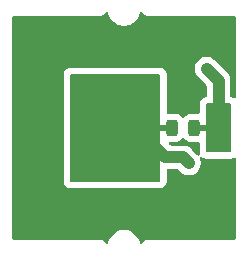
<source format=gbr>
%TF.GenerationSoftware,KiCad,Pcbnew,9.0.3*%
%TF.CreationDate,2025-08-09T09:56:12+02:00*%
%TF.ProjectId,ialed,69616c65-642e-46b6-9963-61645f706362,rev?*%
%TF.SameCoordinates,Original*%
%TF.FileFunction,Copper,L2,Bot*%
%TF.FilePolarity,Positive*%
%FSLAX46Y46*%
G04 Gerber Fmt 4.6, Leading zero omitted, Abs format (unit mm)*
G04 Created by KiCad (PCBNEW 9.0.3) date 2025-08-09 09:56:12*
%MOMM*%
%LPD*%
G01*
G04 APERTURE LIST*
G04 Aperture macros list*
%AMRoundRect*
0 Rectangle with rounded corners*
0 $1 Rounding radius*
0 $2 $3 $4 $5 $6 $7 $8 $9 X,Y pos of 4 corners*
0 Add a 4 corners polygon primitive as box body*
4,1,4,$2,$3,$4,$5,$6,$7,$8,$9,$2,$3,0*
0 Add four circle primitives for the rounded corners*
1,1,$1+$1,$2,$3*
1,1,$1+$1,$4,$5*
1,1,$1+$1,$6,$7*
1,1,$1+$1,$8,$9*
0 Add four rect primitives between the rounded corners*
20,1,$1+$1,$2,$3,$4,$5,0*
20,1,$1+$1,$4,$5,$6,$7,0*
20,1,$1+$1,$6,$7,$8,$9,0*
20,1,$1+$1,$8,$9,$2,$3,0*%
G04 Aperture macros list end*
%TA.AperFunction,Conductor*%
%ADD10C,0.200000*%
%TD*%
%TA.AperFunction,SMDPad,CuDef*%
%ADD11RoundRect,0.243750X-0.243750X-0.456250X0.243750X-0.456250X0.243750X0.456250X-0.243750X0.456250X0*%
%TD*%
%TA.AperFunction,ViaPad*%
%ADD12C,0.600000*%
%TD*%
%TA.AperFunction,Conductor*%
%ADD13C,0.500000*%
%TD*%
%TA.AperFunction,Conductor*%
%ADD14C,1.000000*%
%TD*%
G04 APERTURE END LIST*
%TO.N,Net-(D1-K)*%
D10*
X5500000Y-5500000D02*
X13000000Y-5500000D01*
X13000000Y-14500000D01*
X5500000Y-14500000D01*
X5500000Y-5500000D01*
%TA.AperFunction,Conductor*%
G36*
X5500000Y-5500000D02*
G01*
X13000000Y-5500000D01*
X13000000Y-14500000D01*
X5500000Y-14500000D01*
X5500000Y-5500000D01*
G37*
%TD.AperFunction*%
%TO.N,Net-(D1-A)*%
X17000000Y-8000000D02*
X19000000Y-8000000D01*
X19000000Y-12000000D01*
X17000000Y-12000000D01*
X17000000Y-8000000D01*
%TA.AperFunction,Conductor*%
G36*
X17000000Y-8000000D02*
G01*
X19000000Y-8000000D01*
X19000000Y-12000000D01*
X17000000Y-12000000D01*
X17000000Y-8000000D01*
G37*
%TD.AperFunction*%
%TD*%
D11*
%TO.P,D1,1,K*%
%TO.N,Net-(D1-K)*%
X14062500Y-10000000D03*
%TO.P,D1,2,A*%
%TO.N,Net-(D1-A)*%
X15937500Y-10000000D03*
%TD*%
D12*
%TO.N,GND*%
X16000000Y-11700000D03*
X16200000Y-7400000D03*
X14900000Y-7400000D03*
%TO.N,Net-(D1-K)*%
X13000000Y-12000000D03*
X15000000Y-12500000D03*
X12250000Y-11250000D03*
X12500000Y-10000000D03*
X15500000Y-13000000D03*
X14000000Y-12500000D03*
%TO.N,Net-(D1-A)*%
X18000000Y-7500000D03*
X18000000Y-9500000D03*
X18000000Y-6000000D03*
X17500000Y-10000000D03*
X17000000Y-5000000D03*
X18000000Y-8500000D03*
%TO.N,GND*%
X18000000Y-3500000D03*
X18000000Y-13000000D03*
X5500000Y-17000000D03*
X2500000Y-11500000D03*
X7500000Y-17000000D03*
X18000000Y-2000000D03*
X2500000Y-7000000D03*
X2500000Y-10000000D03*
X8500000Y-4000000D03*
X6537983Y-4000000D03*
X2500000Y-13000000D03*
X18000000Y-17500000D03*
X5000000Y-4000000D03*
X2500000Y-8500000D03*
X9500000Y-17000000D03*
X18000000Y-15500000D03*
%TD*%
D13*
%TO.N,Net-(D1-K)*%
X14062500Y-10000000D02*
X12500000Y-10000000D01*
D14*
X15000000Y-12500000D02*
X15500000Y-13000000D01*
X13500000Y-12500000D02*
X15000000Y-12500000D01*
X12250000Y-11250000D02*
X13500000Y-12500000D01*
D13*
%TO.N,Net-(D1-A)*%
X17000000Y-10000000D02*
X15937500Y-10000000D01*
D14*
X18000000Y-9500000D02*
X18000000Y-6000000D01*
X18000000Y-6000000D02*
X17000000Y-5000000D01*
%TD*%
%TA.AperFunction,Conductor*%
%TO.N,GND*%
G36*
X8629839Y-193381D02*
G01*
X8670367Y-250296D01*
X8675660Y-271454D01*
X8681339Y-307314D01*
X8682754Y-316243D01*
X8743119Y-502027D01*
X8748444Y-518414D01*
X8844951Y-707820D01*
X8969890Y-879786D01*
X9120213Y-1030109D01*
X9292179Y-1155048D01*
X9292181Y-1155049D01*
X9292184Y-1155051D01*
X9481588Y-1251557D01*
X9683757Y-1317246D01*
X9893713Y-1350500D01*
X9893714Y-1350500D01*
X10106286Y-1350500D01*
X10106287Y-1350500D01*
X10316243Y-1317246D01*
X10518412Y-1251557D01*
X10707816Y-1155051D01*
X10729789Y-1139086D01*
X10879786Y-1030109D01*
X10879788Y-1030106D01*
X10879792Y-1030104D01*
X11030104Y-879792D01*
X11030106Y-879788D01*
X11030109Y-879786D01*
X11155048Y-707820D01*
X11155047Y-707820D01*
X11155051Y-707816D01*
X11251557Y-518412D01*
X11317246Y-316243D01*
X11324340Y-271452D01*
X11354266Y-208321D01*
X11413577Y-171389D01*
X11483440Y-172385D01*
X11541673Y-210994D01*
X11554199Y-228851D01*
X11599500Y-307314D01*
X11692686Y-400500D01*
X11806814Y-466392D01*
X11934108Y-500500D01*
X19134108Y-500500D01*
X19190243Y-500500D01*
X19209640Y-502027D01*
X19225080Y-504472D01*
X19273154Y-512086D01*
X19310046Y-524073D01*
X19358544Y-548783D01*
X19389929Y-571586D01*
X19428413Y-610070D01*
X19451217Y-641457D01*
X19475925Y-689950D01*
X19487913Y-726845D01*
X19497973Y-790358D01*
X19499500Y-809757D01*
X19499500Y-7380214D01*
X19479815Y-7447253D01*
X19427011Y-7493008D01*
X19357853Y-7502952D01*
X19313501Y-7487602D01*
X19231784Y-7440423D01*
X19231785Y-7440423D01*
X19143044Y-7416645D01*
X19092405Y-7403076D01*
X19032746Y-7366712D01*
X19002217Y-7303865D01*
X19000500Y-7283302D01*
X19000500Y-6104675D01*
X19000501Y-6104654D01*
X19000501Y-5901457D01*
X19000500Y-5901455D01*
X18962053Y-5708172D01*
X18962052Y-5708165D01*
X18886632Y-5526086D01*
X18886631Y-5526085D01*
X18886628Y-5526079D01*
X18777140Y-5362219D01*
X18777137Y-5362215D01*
X17637784Y-4222863D01*
X17637780Y-4222860D01*
X17473920Y-4113372D01*
X17473910Y-4113367D01*
X17291836Y-4037949D01*
X17291828Y-4037947D01*
X17098543Y-3999500D01*
X17098540Y-3999500D01*
X16901460Y-3999500D01*
X16901457Y-3999500D01*
X16708171Y-4037947D01*
X16708163Y-4037949D01*
X16526089Y-4113367D01*
X16526079Y-4113372D01*
X16362219Y-4222860D01*
X16362215Y-4222863D01*
X16222863Y-4362215D01*
X16222860Y-4362219D01*
X16113372Y-4526079D01*
X16113367Y-4526089D01*
X16037949Y-4708163D01*
X16037947Y-4708171D01*
X15999500Y-4901455D01*
X15999500Y-5098544D01*
X16037947Y-5291828D01*
X16037949Y-5291836D01*
X16113367Y-5473910D01*
X16113372Y-5473920D01*
X16222860Y-5637780D01*
X16222863Y-5637784D01*
X16963181Y-6378101D01*
X16996666Y-6439424D01*
X16999500Y-6465782D01*
X16999500Y-7283302D01*
X16979815Y-7350341D01*
X16927011Y-7396096D01*
X16907595Y-7403076D01*
X16876654Y-7411367D01*
X16768214Y-7440423D01*
X16768209Y-7440426D01*
X16631290Y-7519475D01*
X16631282Y-7519481D01*
X16519481Y-7631282D01*
X16519475Y-7631290D01*
X16440426Y-7768209D01*
X16440423Y-7768216D01*
X16399500Y-7920943D01*
X16399500Y-8679416D01*
X16379815Y-8746455D01*
X16327011Y-8792210D01*
X16262898Y-8802774D01*
X16230857Y-8799500D01*
X16230848Y-8799500D01*
X15644152Y-8799500D01*
X15644144Y-8799500D01*
X15542223Y-8809913D01*
X15377077Y-8864637D01*
X15377066Y-8864642D01*
X15229000Y-8955971D01*
X15228996Y-8955974D01*
X15105974Y-9078996D01*
X15105971Y-9079000D01*
X15105538Y-9079703D01*
X15105114Y-9080083D01*
X15101493Y-9084664D01*
X15100710Y-9084045D01*
X15053590Y-9126428D01*
X14984628Y-9137649D01*
X14920546Y-9109806D01*
X14898657Y-9084544D01*
X14898507Y-9084664D01*
X14895859Y-9081315D01*
X14894462Y-9079703D01*
X14894028Y-9079000D01*
X14894025Y-9078996D01*
X14771003Y-8955974D01*
X14770999Y-8955971D01*
X14622933Y-8864642D01*
X14622927Y-8864639D01*
X14622925Y-8864638D01*
X14622922Y-8864637D01*
X14457776Y-8809913D01*
X14355855Y-8799500D01*
X14355848Y-8799500D01*
X13769152Y-8799500D01*
X13769142Y-8799500D01*
X13737102Y-8802774D01*
X13668409Y-8790005D01*
X13617525Y-8742124D01*
X13600500Y-8679416D01*
X13600500Y-5420945D01*
X13600500Y-5420943D01*
X13559577Y-5268216D01*
X13559573Y-5268209D01*
X13480524Y-5131290D01*
X13480518Y-5131282D01*
X13368717Y-5019481D01*
X13368709Y-5019475D01*
X13231790Y-4940426D01*
X13231786Y-4940424D01*
X13231784Y-4940423D01*
X13079057Y-4899500D01*
X5579057Y-4899500D01*
X5420943Y-4899500D01*
X5268216Y-4940423D01*
X5268209Y-4940426D01*
X5131290Y-5019475D01*
X5131282Y-5019481D01*
X5019481Y-5131282D01*
X5019475Y-5131290D01*
X4940426Y-5268209D01*
X4940423Y-5268216D01*
X4899500Y-5420943D01*
X4899500Y-14579056D01*
X4940423Y-14731783D01*
X4940426Y-14731790D01*
X5019475Y-14868709D01*
X5019479Y-14868714D01*
X5019480Y-14868716D01*
X5131284Y-14980520D01*
X5131286Y-14980521D01*
X5131290Y-14980524D01*
X5268209Y-15059573D01*
X5268216Y-15059577D01*
X5420943Y-15100500D01*
X5420945Y-15100500D01*
X13079055Y-15100500D01*
X13079057Y-15100500D01*
X13231784Y-15059577D01*
X13368716Y-14980520D01*
X13480520Y-14868716D01*
X13559577Y-14731784D01*
X13600500Y-14579057D01*
X13600500Y-13624500D01*
X13620185Y-13557461D01*
X13672989Y-13511706D01*
X13724500Y-13500500D01*
X14534218Y-13500500D01*
X14601257Y-13520185D01*
X14621899Y-13536819D01*
X14862215Y-13777136D01*
X14862219Y-13777139D01*
X15026079Y-13886627D01*
X15026083Y-13886629D01*
X15026086Y-13886631D01*
X15208164Y-13962051D01*
X15401455Y-14000499D01*
X15401458Y-14000500D01*
X15401460Y-14000500D01*
X15598542Y-14000500D01*
X15598543Y-14000499D01*
X15791836Y-13962051D01*
X15973914Y-13886631D01*
X16137781Y-13777139D01*
X16277139Y-13637781D01*
X16386631Y-13473914D01*
X16462051Y-13291836D01*
X16500500Y-13098540D01*
X16500500Y-12901460D01*
X16500500Y-12901457D01*
X16500499Y-12901455D01*
X16462052Y-12708171D01*
X16462051Y-12708164D01*
X16419975Y-12606586D01*
X16412507Y-12537119D01*
X16443782Y-12474640D01*
X16503870Y-12438987D01*
X16573696Y-12441480D01*
X16622218Y-12471454D01*
X16631284Y-12480520D01*
X16631286Y-12480521D01*
X16631290Y-12480524D01*
X16710207Y-12526086D01*
X16768216Y-12559577D01*
X16920943Y-12600500D01*
X16920945Y-12600500D01*
X19079055Y-12600500D01*
X19079057Y-12600500D01*
X19231784Y-12559577D01*
X19313502Y-12512397D01*
X19381400Y-12495925D01*
X19447427Y-12518777D01*
X19490618Y-12573699D01*
X19499500Y-12619785D01*
X19499500Y-19190242D01*
X19497973Y-19209639D01*
X19497973Y-19209641D01*
X19487913Y-19273154D01*
X19475925Y-19310049D01*
X19451217Y-19358542D01*
X19428413Y-19389929D01*
X19389929Y-19428413D01*
X19358542Y-19451217D01*
X19310049Y-19475925D01*
X19273154Y-19487913D01*
X19235734Y-19493840D01*
X19209639Y-19497973D01*
X19190243Y-19499500D01*
X11934106Y-19499500D01*
X11806813Y-19533608D01*
X11806810Y-19533609D01*
X11692684Y-19599500D01*
X11625793Y-19666390D01*
X11625794Y-19666391D01*
X11599499Y-19692686D01*
X11554199Y-19771147D01*
X11503631Y-19819362D01*
X11435024Y-19832584D01*
X11370159Y-19806616D01*
X11329631Y-19749701D01*
X11324341Y-19728556D01*
X11317246Y-19683757D01*
X11251557Y-19481588D01*
X11155051Y-19292184D01*
X11155049Y-19292181D01*
X11155048Y-19292179D01*
X11030109Y-19120213D01*
X10879786Y-18969890D01*
X10707820Y-18844951D01*
X10518414Y-18748444D01*
X10518413Y-18748443D01*
X10518412Y-18748443D01*
X10316243Y-18682754D01*
X10316241Y-18682753D01*
X10316240Y-18682753D01*
X10154957Y-18657208D01*
X10106287Y-18649500D01*
X9893713Y-18649500D01*
X9845042Y-18657208D01*
X9683760Y-18682753D01*
X9481585Y-18748444D01*
X9292179Y-18844951D01*
X9120213Y-18969890D01*
X8969890Y-19120213D01*
X8844951Y-19292179D01*
X8748444Y-19481585D01*
X8682753Y-19683758D01*
X8675660Y-19728543D01*
X8665719Y-19749510D01*
X8660068Y-19772011D01*
X8651036Y-19780484D01*
X8645730Y-19791677D01*
X8626031Y-19803942D01*
X8609112Y-19819815D01*
X8596932Y-19822060D01*
X8586418Y-19828607D01*
X8563218Y-19828275D01*
X8540401Y-19832482D01*
X8528940Y-19827785D01*
X8516555Y-19827609D01*
X8497215Y-19814785D01*
X8475748Y-19805989D01*
X8464884Y-19793348D01*
X8458323Y-19788998D01*
X8451600Y-19780250D01*
X8448507Y-19775831D01*
X8400503Y-19692686D01*
X8374209Y-19666392D01*
X8307318Y-19599500D01*
X8193189Y-19533608D01*
X8065896Y-19499500D01*
X8065895Y-19499500D01*
X809757Y-19499500D01*
X790360Y-19497973D01*
X749549Y-19491509D01*
X726845Y-19487913D01*
X689950Y-19475925D01*
X641457Y-19451217D01*
X610070Y-19428413D01*
X571586Y-19389929D01*
X548782Y-19358542D01*
X524073Y-19310046D01*
X512086Y-19273152D01*
X502027Y-19209639D01*
X500500Y-19190242D01*
X500500Y-809758D01*
X502027Y-790360D01*
X510936Y-734109D01*
X512087Y-726845D01*
X524072Y-689955D01*
X548786Y-641452D01*
X571585Y-610073D01*
X610073Y-571585D01*
X641452Y-548786D01*
X689955Y-524072D01*
X726846Y-512086D01*
X790360Y-502026D01*
X809758Y-500500D01*
X8065890Y-500500D01*
X8065892Y-500500D01*
X8193186Y-466392D01*
X8307314Y-400500D01*
X8400500Y-307314D01*
X8445800Y-228851D01*
X8496367Y-180636D01*
X8564974Y-167413D01*
X8629839Y-193381D01*
G37*
%TD.AperFunction*%
%TA.AperFunction,Conductor*%
G36*
X15079448Y-10890188D02*
G01*
X15101342Y-10915455D01*
X15101493Y-10915336D01*
X15104143Y-10918687D01*
X15105540Y-10920299D01*
X15105974Y-10921003D01*
X15105975Y-10921004D01*
X15228996Y-11044025D01*
X15229000Y-11044028D01*
X15377066Y-11135357D01*
X15377069Y-11135358D01*
X15377075Y-11135362D01*
X15542225Y-11190087D01*
X15644152Y-11200500D01*
X15644157Y-11200500D01*
X16230843Y-11200500D01*
X16230848Y-11200500D01*
X16262897Y-11197225D01*
X16331588Y-11209993D01*
X16382473Y-11257872D01*
X16399500Y-11320583D01*
X16399500Y-12079056D01*
X16428157Y-12186006D01*
X16426494Y-12255856D01*
X16387331Y-12313718D01*
X16323103Y-12341222D01*
X16254201Y-12329635D01*
X16220701Y-12305780D01*
X15781479Y-11866559D01*
X15781459Y-11866537D01*
X15637782Y-11722860D01*
X15473919Y-11613371D01*
X15473916Y-11613369D01*
X15473914Y-11613368D01*
X15473911Y-11613366D01*
X15473906Y-11613364D01*
X15347658Y-11561071D01*
X15347653Y-11561069D01*
X15340549Y-11558127D01*
X15291836Y-11537949D01*
X15195188Y-11518724D01*
X15190771Y-11517845D01*
X15190766Y-11517844D01*
X15098544Y-11499500D01*
X15098541Y-11499500D01*
X13965782Y-11499500D01*
X13936341Y-11490855D01*
X13906355Y-11484332D01*
X13901339Y-11480577D01*
X13898743Y-11479815D01*
X13878101Y-11463181D01*
X13827101Y-11412181D01*
X13793616Y-11350858D01*
X13798600Y-11281166D01*
X13840472Y-11225233D01*
X13905936Y-11200816D01*
X13914782Y-11200500D01*
X14355843Y-11200500D01*
X14355848Y-11200500D01*
X14457775Y-11190087D01*
X14622925Y-11135362D01*
X14771003Y-11044026D01*
X14894026Y-10921003D01*
X14894458Y-10920301D01*
X14894881Y-10919921D01*
X14898507Y-10915336D01*
X14899290Y-10915955D01*
X14946402Y-10873575D01*
X15015364Y-10862349D01*
X15079448Y-10890188D01*
G37*
%TD.AperFunction*%
%TD*%
M02*

</source>
